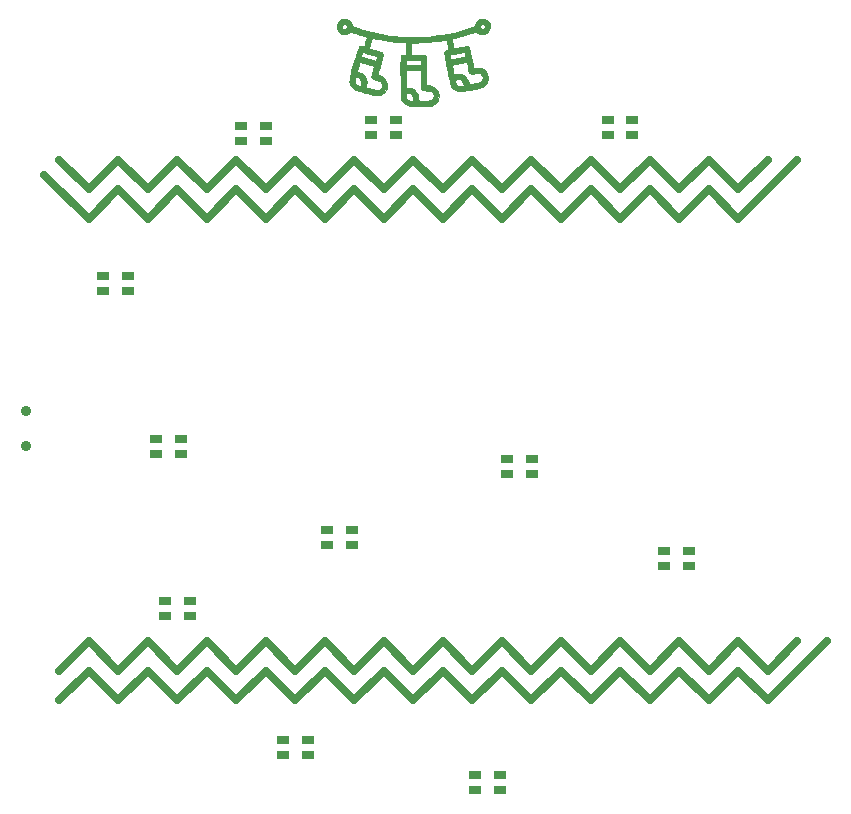
<source format=gbr>
%TF.GenerationSoftware,KiCad,Pcbnew,(5.1.10)-1*%
%TF.CreationDate,2021-10-17T11:09:59+02:00*%
%TF.ProjectId,TVZ_kuglica,54565a5f-6b75-4676-9c69-63612e6b6963,rev?*%
%TF.SameCoordinates,Original*%
%TF.FileFunction,Soldermask,Top*%
%TF.FilePolarity,Negative*%
%FSLAX46Y46*%
G04 Gerber Fmt 4.6, Leading zero omitted, Abs format (unit mm)*
G04 Created by KiCad (PCBNEW (5.1.10)-1) date 2021-10-17 11:09:59*
%MOMM*%
%LPD*%
G01*
G04 APERTURE LIST*
%ADD10C,0.700000*%
%ADD11C,0.010000*%
%ADD12C,0.900000*%
%ADD13R,1.100000X0.750000*%
G04 APERTURE END LIST*
D10*
X109500000Y-120250000D02*
X112000000Y-122750000D01*
X107000000Y-122750000D02*
X109500000Y-120250000D01*
X109500000Y-117750000D02*
X107000000Y-120250000D01*
X162000000Y-122750000D02*
X164500000Y-120250000D01*
X152000000Y-120250000D02*
X149500000Y-117750000D01*
X157000000Y-120250000D02*
X154500000Y-117750000D01*
X167000000Y-120250000D02*
X164500000Y-117750000D01*
X164500000Y-117750000D02*
X162000000Y-120250000D01*
X112000000Y-122750000D02*
X114500000Y-120250000D01*
X144500000Y-120250000D02*
X147000000Y-122750000D01*
X159500000Y-120250000D02*
X162000000Y-122750000D01*
X167000000Y-122750000D02*
X172000000Y-117750000D01*
X142000000Y-120250000D02*
X139500000Y-117750000D01*
X142000000Y-122750000D02*
X144500000Y-120250000D01*
X137000000Y-122750000D02*
X139500000Y-120250000D01*
X119500000Y-117750000D02*
X117000000Y-120250000D01*
X134500000Y-117750000D02*
X132000000Y-120250000D01*
X162000000Y-120250000D02*
X159500000Y-117750000D01*
X159500000Y-117750000D02*
X157000000Y-120250000D01*
X169500000Y-117750000D02*
X167000000Y-120250000D01*
X117000000Y-122750000D02*
X119500000Y-120250000D01*
X157000000Y-122750000D02*
X159500000Y-120250000D01*
X129500000Y-120250000D02*
X132000000Y-122750000D01*
X154500000Y-120250000D02*
X157000000Y-122750000D01*
X134500000Y-120250000D02*
X137000000Y-122750000D01*
X124500000Y-120250000D02*
X127000000Y-122750000D01*
X132000000Y-122750000D02*
X134500000Y-120250000D01*
X119500000Y-120250000D02*
X122000000Y-122750000D01*
X147000000Y-120250000D02*
X144500000Y-117750000D01*
X154500000Y-117750000D02*
X152000000Y-120250000D01*
X139500000Y-117750000D02*
X137000000Y-120250000D01*
X129500000Y-117750000D02*
X127000000Y-120250000D01*
X152000000Y-122750000D02*
X154500000Y-120250000D01*
X149500000Y-120250000D02*
X152000000Y-122750000D01*
X117000000Y-120250000D02*
X114500000Y-117750000D01*
X114500000Y-117750000D02*
X112000000Y-120250000D01*
X147000000Y-122750000D02*
X149500000Y-120250000D01*
X114500000Y-120250000D02*
X117000000Y-122750000D01*
X127000000Y-120250000D02*
X124500000Y-117750000D01*
X112000000Y-120250000D02*
X109500000Y-117750000D01*
X122000000Y-120250000D02*
X119500000Y-117750000D01*
X137000000Y-120250000D02*
X134500000Y-117750000D01*
X149500000Y-117750000D02*
X147000000Y-120250000D01*
X124500000Y-117750000D02*
X122000000Y-120250000D01*
X144500000Y-117750000D02*
X142000000Y-120250000D01*
X122000000Y-122750000D02*
X124500000Y-120250000D01*
X132000000Y-120250000D02*
X129500000Y-117750000D01*
X139500000Y-120250000D02*
X142000000Y-122750000D01*
X164500000Y-120250000D02*
X167000000Y-122750000D01*
X127000000Y-122750000D02*
X129500000Y-120250000D01*
X164500000Y-82000000D02*
X169500000Y-77000000D01*
X162000000Y-79500000D02*
X164500000Y-82000000D01*
X159500000Y-82000000D02*
X162000000Y-79500000D01*
X157000000Y-79500000D02*
X159500000Y-82000000D01*
X154500000Y-82000000D02*
X157000000Y-79500000D01*
X152000000Y-79500000D02*
X154500000Y-82000000D01*
X149500000Y-82000000D02*
X152000000Y-79500000D01*
X147000000Y-79500000D02*
X149500000Y-82000000D01*
X144500000Y-82000000D02*
X147000000Y-79500000D01*
X142000000Y-79500000D02*
X144500000Y-82000000D01*
X139500000Y-82000000D02*
X142000000Y-79500000D01*
X137000000Y-79500000D02*
X139500000Y-82000000D01*
X134500000Y-82000000D02*
X137000000Y-79500000D01*
X132000000Y-79500000D02*
X134500000Y-82000000D01*
X129500000Y-82000000D02*
X132000000Y-79500000D01*
X127000000Y-79500000D02*
X129500000Y-82000000D01*
X124500000Y-82000000D02*
X127000000Y-79500000D01*
X122000000Y-79500000D02*
X124500000Y-82000000D01*
X119500000Y-82000000D02*
X122000000Y-79500000D01*
X117000000Y-79500000D02*
X119500000Y-82000000D01*
X114500000Y-82000000D02*
X117000000Y-79500000D01*
X112000000Y-79500000D02*
X114500000Y-82000000D01*
X109500000Y-82000000D02*
X112000000Y-79500000D01*
X105750000Y-78250000D02*
X109500000Y-82000000D01*
X109500000Y-79500000D02*
X107000000Y-77000000D01*
X112000000Y-77000000D02*
X109500000Y-79500000D01*
X114500000Y-79500000D02*
X112000000Y-77000000D01*
X117000000Y-77000000D02*
X114500000Y-79500000D01*
X119500000Y-79500000D02*
X117000000Y-77000000D01*
X122000000Y-77000000D02*
X119500000Y-79500000D01*
X124500000Y-79500000D02*
X122000000Y-77000000D01*
X127000000Y-77000000D02*
X124500000Y-79500000D01*
X129500000Y-79500000D02*
X127000000Y-77000000D01*
X132000000Y-77000000D02*
X129500000Y-79500000D01*
X134500000Y-79500000D02*
X132000000Y-77000000D01*
X137000000Y-77000000D02*
X134500000Y-79500000D01*
X139500000Y-79500000D02*
X137000000Y-77000000D01*
X142000000Y-77000000D02*
X139500000Y-79500000D01*
X144500000Y-79500000D02*
X142000000Y-77000000D01*
X147000000Y-77000000D02*
X144500000Y-79500000D01*
X149500000Y-79500000D02*
X147000000Y-77000000D01*
X152000000Y-77000000D02*
X149500000Y-79500000D01*
X154500000Y-79500000D02*
X152000000Y-77000000D01*
X157000000Y-77000000D02*
X154500000Y-79500000D01*
X159500000Y-79500000D02*
X157000000Y-77000000D01*
X162000000Y-77000000D02*
X159500000Y-79500000D01*
X164500000Y-79500000D02*
X162000000Y-77000000D01*
X167000000Y-77000000D02*
X164500000Y-79500000D01*
D11*
%TO.C,G\u002A\u002A\u002A*%
G36*
X143027877Y-65089141D02*
G01*
X143177224Y-65150535D01*
X143301325Y-65244717D01*
X143397404Y-65364669D01*
X143462680Y-65503370D01*
X143494375Y-65653801D01*
X143489712Y-65808940D01*
X143445912Y-65961768D01*
X143360196Y-66105265D01*
X143295075Y-66176812D01*
X143149915Y-66283282D01*
X142989107Y-66344768D01*
X142820816Y-66360786D01*
X142653209Y-66330852D01*
X142494450Y-66254480D01*
X142455291Y-66226699D01*
X142346700Y-66143832D01*
X141902200Y-66288887D01*
X141632701Y-66373920D01*
X141347940Y-66458575D01*
X141062652Y-66538741D01*
X140791572Y-66610310D01*
X140549432Y-66669173D01*
X140492500Y-66682008D01*
X140395750Y-66704830D01*
X140318505Y-66725729D01*
X140274002Y-66741038D01*
X140269168Y-66743859D01*
X140268777Y-66771429D01*
X140276804Y-66838578D01*
X140291404Y-66935136D01*
X140310734Y-67050929D01*
X140332950Y-67175785D01*
X140356208Y-67299532D01*
X140378664Y-67411997D01*
X140398475Y-67503007D01*
X140413796Y-67562390D01*
X140420614Y-67579397D01*
X140446772Y-67577639D01*
X140515376Y-67566839D01*
X140619142Y-67548318D01*
X140750783Y-67523394D01*
X140903015Y-67493389D01*
X140969397Y-67479983D01*
X141167205Y-67440629D01*
X141321789Y-67412560D01*
X141439425Y-67395658D01*
X141526393Y-67389798D01*
X141588968Y-67394860D01*
X141633430Y-67410723D01*
X141666055Y-67437263D01*
X141687820Y-67466055D01*
X141702423Y-67505068D01*
X141725388Y-67587600D01*
X141755227Y-67707333D01*
X141790448Y-67857950D01*
X141829564Y-68033135D01*
X141871083Y-68226569D01*
X141900490Y-68368034D01*
X141941790Y-68567764D01*
X141980395Y-68751384D01*
X142015022Y-68913023D01*
X142044388Y-69046810D01*
X142067208Y-69146877D01*
X142082199Y-69207352D01*
X142087490Y-69223156D01*
X142117973Y-69226449D01*
X142184382Y-69221345D01*
X142272740Y-69208954D01*
X142278691Y-69207960D01*
X142493389Y-69194988D01*
X142695605Y-69228034D01*
X142879650Y-69304205D01*
X143039833Y-69420604D01*
X143170465Y-69574338D01*
X143238360Y-69696214D01*
X143278435Y-69793013D01*
X143300850Y-69879545D01*
X143310277Y-69978911D01*
X143311650Y-70058634D01*
X143309053Y-70171833D01*
X143297581Y-70256926D01*
X143272206Y-70336463D01*
X143228416Y-70431947D01*
X143118164Y-70605765D01*
X142978138Y-70744275D01*
X142814535Y-70841605D01*
X142782236Y-70854608D01*
X142707797Y-70877710D01*
X142592792Y-70907436D01*
X142445236Y-70942186D01*
X142273143Y-70980362D01*
X142084527Y-71020366D01*
X141887403Y-71060598D01*
X141689785Y-71099460D01*
X141499687Y-71135354D01*
X141325125Y-71166680D01*
X141174112Y-71191839D01*
X141054663Y-71209234D01*
X140974792Y-71217265D01*
X140962400Y-71217622D01*
X140772053Y-71195143D01*
X140591780Y-71130552D01*
X140429813Y-71029868D01*
X140294380Y-70899115D01*
X140193711Y-70744311D01*
X140147379Y-70621352D01*
X140137142Y-70577443D01*
X140117844Y-70488857D01*
X140090552Y-70360695D01*
X140067600Y-70251606D01*
X140516787Y-70251606D01*
X140517691Y-70297040D01*
X140536053Y-70374266D01*
X140557493Y-70454834D01*
X140617262Y-70587032D01*
X140717301Y-70697041D01*
X140769647Y-70733969D01*
X140860321Y-70766744D01*
X140981695Y-70779146D01*
X141117507Y-70770178D01*
X141178300Y-70759060D01*
X141229590Y-70741738D01*
X141248460Y-70709209D01*
X141248125Y-70654115D01*
X141215894Y-70486727D01*
X141147805Y-70354426D01*
X141046751Y-70259447D01*
X140915620Y-70204023D01*
X140757305Y-70190390D01*
X140662090Y-70201093D01*
X140584659Y-70214130D01*
X140537667Y-70227469D01*
X140516787Y-70251606D01*
X140067600Y-70251606D01*
X140056333Y-70198057D01*
X140016256Y-70006047D01*
X139971387Y-69789766D01*
X139922794Y-69554315D01*
X139871544Y-69304797D01*
X139854893Y-69223478D01*
X139802003Y-68964227D01*
X140259470Y-68964227D01*
X140262219Y-68988496D01*
X140274048Y-69052273D01*
X140292793Y-69145526D01*
X140316292Y-69258222D01*
X140342382Y-69380328D01*
X140368901Y-69501813D01*
X140393685Y-69612644D01*
X140414572Y-69702789D01*
X140429399Y-69762214D01*
X140435548Y-69781015D01*
X140464637Y-69782462D01*
X140527377Y-69774052D01*
X140582351Y-69763423D01*
X140797513Y-69741029D01*
X141001139Y-69765649D01*
X141188208Y-69833914D01*
X141353699Y-69942456D01*
X141492592Y-70087907D01*
X141599866Y-70266900D01*
X141670500Y-70476068D01*
X141674887Y-70496250D01*
X141699556Y-70583013D01*
X141727479Y-70625863D01*
X141738622Y-70629600D01*
X141774517Y-70624593D01*
X141851056Y-70610734D01*
X141959202Y-70589763D01*
X142089914Y-70563423D01*
X142194687Y-70541742D01*
X142339705Y-70509847D01*
X142471838Y-70477887D01*
X142581033Y-70448516D01*
X142657241Y-70424384D01*
X142685077Y-70412331D01*
X142787112Y-70324560D01*
X142853775Y-70209429D01*
X142881674Y-70079048D01*
X142867413Y-69945527D01*
X142837283Y-69869086D01*
X142764154Y-69761285D01*
X142672425Y-69688972D01*
X142556433Y-69650427D01*
X142410512Y-69643930D01*
X142228998Y-69667759D01*
X142196117Y-69674304D01*
X142052366Y-69702350D01*
X141940172Y-69716514D01*
X141854054Y-69711936D01*
X141788529Y-69683760D01*
X141738115Y-69627127D01*
X141697329Y-69537180D01*
X141660688Y-69409063D01*
X141622711Y-69237916D01*
X141604686Y-69150281D01*
X141514306Y-68707124D01*
X140889103Y-68834642D01*
X140718296Y-68869525D01*
X140564928Y-68900931D01*
X140435710Y-68927479D01*
X140337352Y-68947789D01*
X140276567Y-68960478D01*
X140259470Y-68964227D01*
X139802003Y-68964227D01*
X139795371Y-68931719D01*
X139745618Y-68685579D01*
X139704932Y-68480965D01*
X139672613Y-68313785D01*
X139647959Y-68179948D01*
X139641937Y-68144347D01*
X140089517Y-68144347D01*
X140095955Y-68208828D01*
X140110621Y-68291817D01*
X140130328Y-68378898D01*
X140151891Y-68455656D01*
X140172126Y-68507674D01*
X140184859Y-68521801D01*
X140216841Y-68517051D01*
X140291262Y-68503503D01*
X140400797Y-68482570D01*
X140538121Y-68455665D01*
X140695910Y-68424200D01*
X140797300Y-68403730D01*
X140963507Y-68369415D01*
X141113182Y-68337351D01*
X141239088Y-68309184D01*
X141333986Y-68286559D01*
X141390639Y-68271122D01*
X141403277Y-68265981D01*
X141409650Y-68233126D01*
X141405986Y-68166643D01*
X141394879Y-68082113D01*
X141378923Y-67995111D01*
X141360714Y-67921216D01*
X141342848Y-67876006D01*
X141337301Y-67869930D01*
X141307701Y-67871135D01*
X141236770Y-67881259D01*
X141132872Y-67898669D01*
X141004368Y-67921731D01*
X140859620Y-67948810D01*
X140706990Y-67978272D01*
X140554840Y-68008484D01*
X140411531Y-68037812D01*
X140285426Y-68064621D01*
X140184886Y-68087278D01*
X140118274Y-68104148D01*
X140094489Y-68112790D01*
X140089517Y-68144347D01*
X139641937Y-68144347D01*
X139630268Y-68075363D01*
X139618841Y-67995937D01*
X139612974Y-67937579D01*
X139611968Y-67896198D01*
X139615121Y-67867702D01*
X139619863Y-67852154D01*
X139669646Y-67787701D01*
X139750111Y-67736211D01*
X139841154Y-67709586D01*
X139863034Y-67708211D01*
X139907044Y-67705260D01*
X139936862Y-67692735D01*
X139953023Y-67663807D01*
X139956065Y-67611647D01*
X139946526Y-67529423D01*
X139924941Y-67410306D01*
X139897218Y-67273463D01*
X139869015Y-67137728D01*
X139843936Y-67018855D01*
X139823957Y-66926076D01*
X139811056Y-66868619D01*
X139807643Y-66855261D01*
X139783686Y-66845000D01*
X139719765Y-66846005D01*
X139612377Y-66858498D01*
X139510548Y-66874022D01*
X139142514Y-66928062D01*
X138752591Y-66975341D01*
X138354618Y-67014661D01*
X137962439Y-67044826D01*
X137589894Y-67064638D01*
X137250825Y-67072900D01*
X137209550Y-67073064D01*
X136796800Y-67073600D01*
X136796800Y-68089600D01*
X137326409Y-68089599D01*
X137518232Y-68091027D01*
X137681856Y-68095123D01*
X137811242Y-68101609D01*
X137900354Y-68110207D01*
X137936781Y-68117753D01*
X137971167Y-68130314D01*
X138000065Y-68144817D01*
X138023954Y-68165491D01*
X138043309Y-68196564D01*
X138058608Y-68242263D01*
X138070328Y-68306818D01*
X138078945Y-68394455D01*
X138084937Y-68509404D01*
X138088780Y-68655893D01*
X138090952Y-68838149D01*
X138091930Y-69060401D01*
X138092190Y-69326877D01*
X138092200Y-69495511D01*
X138092200Y-70700745D01*
X138314450Y-70709622D01*
X138521754Y-70735850D01*
X138698669Y-70798934D01*
X138853189Y-70902458D01*
X138944267Y-70991863D01*
X139057734Y-71147337D01*
X139126926Y-71315796D01*
X139154890Y-71506166D01*
X139154584Y-71607500D01*
X139123595Y-71818762D01*
X139050212Y-72002057D01*
X138934544Y-72157214D01*
X138776699Y-72284066D01*
X138682284Y-72336683D01*
X138512500Y-72420300D01*
X137572100Y-72425401D01*
X137308681Y-72426383D01*
X137091585Y-72426121D01*
X136916347Y-72424495D01*
X136778504Y-72421383D01*
X136673590Y-72416662D01*
X136597142Y-72410212D01*
X136544695Y-72401910D01*
X136525634Y-72396887D01*
X136340823Y-72312271D01*
X136180786Y-72185342D01*
X136050403Y-72020526D01*
X135991677Y-71912300D01*
X135920500Y-71759900D01*
X135919180Y-71450272D01*
X136340562Y-71450272D01*
X136348284Y-71557947D01*
X136351459Y-71584169D01*
X136392573Y-71736619D01*
X136471920Y-71856998D01*
X136586331Y-71942669D01*
X136732637Y-71990998D01*
X136852981Y-72001200D01*
X137000000Y-72001200D01*
X137000000Y-71854181D01*
X136979523Y-71687334D01*
X136919851Y-71550151D01*
X136823617Y-71445802D01*
X136693458Y-71377457D01*
X136582969Y-71352659D01*
X136466538Y-71341934D01*
X136392271Y-71349682D01*
X136352751Y-71383322D01*
X136340562Y-71450272D01*
X135919180Y-71450272D01*
X135913138Y-70034052D01*
X135911822Y-69672428D01*
X135911301Y-69410400D01*
X136365000Y-69410400D01*
X136365000Y-70901839D01*
X136578500Y-70915159D01*
X136784116Y-70944176D01*
X136957543Y-71005893D01*
X137108580Y-71104421D01*
X137175404Y-71165395D01*
X137292961Y-71307210D01*
X137371463Y-71462802D01*
X137415405Y-71643143D01*
X137427665Y-71781247D01*
X137437025Y-72005794D01*
X137923362Y-71996731D01*
X138100824Y-71992702D01*
X138235081Y-71987656D01*
X138333729Y-71980883D01*
X138404363Y-71971672D01*
X138454578Y-71959314D01*
X138490936Y-71943660D01*
X138596336Y-71861798D01*
X138672249Y-71752948D01*
X138714399Y-71629282D01*
X138718511Y-71502971D01*
X138684243Y-71393406D01*
X138634784Y-71322665D01*
X138566082Y-71250090D01*
X138541369Y-71228854D01*
X138500290Y-71197520D01*
X138462146Y-71175614D01*
X138416558Y-71160982D01*
X138353149Y-71151474D01*
X138261541Y-71144939D01*
X138131355Y-71139223D01*
X138103842Y-71138148D01*
X137984191Y-71134589D01*
X137887437Y-71130888D01*
X137811120Y-71122116D01*
X137752778Y-71103341D01*
X137709949Y-71069633D01*
X137680171Y-71016063D01*
X137660983Y-70937700D01*
X137649922Y-70829614D01*
X137644528Y-70686874D01*
X137642338Y-70504551D01*
X137640891Y-70277714D01*
X137640324Y-70209827D01*
X137632948Y-69410400D01*
X136365000Y-69410400D01*
X135911301Y-69410400D01*
X135911198Y-69358769D01*
X135911302Y-69090247D01*
X135912171Y-68864031D01*
X135912576Y-68818735D01*
X136342773Y-68818735D01*
X136344585Y-68897507D01*
X136349790Y-68942832D01*
X136350477Y-68944910D01*
X136363098Y-68955759D01*
X136395106Y-68963923D01*
X136451836Y-68969629D01*
X136538625Y-68973103D01*
X136660811Y-68974571D01*
X136823729Y-68974260D01*
X137005720Y-68972687D01*
X137647700Y-68965900D01*
X137647700Y-68534100D01*
X136352300Y-68534100D01*
X136344757Y-68722222D01*
X136342773Y-68818735D01*
X135912576Y-68818735D01*
X135913842Y-68677292D01*
X135916352Y-68527200D01*
X135919737Y-68410925D01*
X135924034Y-68325638D01*
X135929281Y-68268508D01*
X135935513Y-68236707D01*
X135936563Y-68233878D01*
X135992680Y-68161679D01*
X136086670Y-68112296D01*
X136208997Y-68090308D01*
X136237184Y-68089600D01*
X136339600Y-68089600D01*
X136339600Y-67075901D01*
X136257050Y-67063133D01*
X136196759Y-67056267D01*
X136100997Y-67048078D01*
X135985028Y-67039792D01*
X135907800Y-67035038D01*
X135485077Y-67002009D01*
X135028907Y-66950256D01*
X134552330Y-66881531D01*
X134068388Y-66797586D01*
X133905275Y-66766045D01*
X133771150Y-66740367D01*
X133655270Y-66719988D01*
X133566427Y-66706313D01*
X133513415Y-66700744D01*
X133502543Y-66701789D01*
X133492124Y-66728424D01*
X133470987Y-66793729D01*
X133441903Y-66888218D01*
X133407642Y-67002406D01*
X133370973Y-67126808D01*
X133334665Y-67251938D01*
X133301489Y-67368311D01*
X133274214Y-67466442D01*
X133255609Y-67536844D01*
X133248445Y-67570032D01*
X133248632Y-67571371D01*
X133273337Y-67579206D01*
X133339776Y-67599049D01*
X133440875Y-67628821D01*
X133569560Y-67666442D01*
X133718759Y-67709835D01*
X133786900Y-67729588D01*
X133970434Y-67783530D01*
X134111098Y-67826986D01*
X134215172Y-67862301D01*
X134288937Y-67891822D01*
X134338676Y-67917894D01*
X134370668Y-67942864D01*
X134377450Y-67950148D01*
X134416989Y-68009727D01*
X134434547Y-68063594D01*
X134434600Y-68065788D01*
X134427686Y-68101290D01*
X134408052Y-68179466D01*
X134377360Y-68294269D01*
X134337272Y-68439651D01*
X134289450Y-68609565D01*
X134235556Y-68797965D01*
X134193300Y-68943811D01*
X134136239Y-69140222D01*
X134083991Y-69321030D01*
X134038198Y-69480477D01*
X134000503Y-69612806D01*
X133972547Y-69712258D01*
X133955973Y-69773074D01*
X133952000Y-69789900D01*
X133974191Y-69806157D01*
X134031852Y-69830598D01*
X134098050Y-69853250D01*
X134230174Y-69898896D01*
X134331194Y-69946531D01*
X134420053Y-70006850D01*
X134511503Y-70086615D01*
X134636807Y-70236412D01*
X134723709Y-70410187D01*
X134770185Y-70598133D01*
X134774212Y-70790440D01*
X134733768Y-70977301D01*
X134708254Y-71040645D01*
X134599189Y-71221951D01*
X134454584Y-71373109D01*
X134289578Y-71482086D01*
X134211351Y-71518780D01*
X134143507Y-71540809D01*
X134068155Y-71551619D01*
X133967402Y-71554656D01*
X133913900Y-71554449D01*
X133847175Y-71552998D01*
X133784014Y-71548852D01*
X133717880Y-71540491D01*
X133642236Y-71526397D01*
X133550543Y-71505049D01*
X133436264Y-71474930D01*
X133292862Y-71434518D01*
X133113798Y-71382297D01*
X132897932Y-71318349D01*
X132701440Y-71258988D01*
X132516213Y-71201263D01*
X132349078Y-71147438D01*
X132206859Y-71099775D01*
X132096382Y-71060537D01*
X132024471Y-71031984D01*
X132005094Y-71022412D01*
X131874452Y-70922681D01*
X131756016Y-70789756D01*
X131664393Y-70641188D01*
X131638984Y-70582536D01*
X131617834Y-70522004D01*
X131602037Y-70462499D01*
X131592386Y-70399780D01*
X131589673Y-70329605D01*
X131594692Y-70247731D01*
X131594989Y-70245581D01*
X132024342Y-70245581D01*
X132038186Y-70394250D01*
X132094002Y-70521100D01*
X132183924Y-70616035D01*
X132242900Y-70651254D01*
X132322188Y-70687127D01*
X132406304Y-70718098D01*
X132479762Y-70738614D01*
X132527077Y-70743118D01*
X132532825Y-70741198D01*
X132548023Y-70713164D01*
X132568095Y-70652797D01*
X132577275Y-70618784D01*
X132602229Y-70443323D01*
X132583709Y-70292030D01*
X132522809Y-70166930D01*
X132420623Y-70070046D01*
X132278244Y-70003400D01*
X132238719Y-69992257D01*
X132156051Y-69974351D01*
X132107515Y-69977915D01*
X132078572Y-70009868D01*
X132054684Y-70077130D01*
X132053735Y-70080295D01*
X132024342Y-70245581D01*
X131594989Y-70245581D01*
X131608235Y-70149917D01*
X131631095Y-70031920D01*
X131664066Y-69889499D01*
X131707940Y-69718412D01*
X131763510Y-69514418D01*
X131763891Y-69513066D01*
X132236704Y-69513066D01*
X132261099Y-69535494D01*
X132323060Y-69556004D01*
X132341514Y-69560758D01*
X132548431Y-69637149D01*
X132727951Y-69755984D01*
X132824031Y-69848630D01*
X132948789Y-70019194D01*
X133024860Y-70204118D01*
X133052286Y-70403581D01*
X133031108Y-70617763D01*
X133016473Y-70680400D01*
X132993429Y-70770436D01*
X132977075Y-70838119D01*
X132970275Y-70871477D01*
X132970369Y-70873039D01*
X132994735Y-70880388D01*
X133059824Y-70899380D01*
X133157525Y-70927665D01*
X133279728Y-70962892D01*
X133380500Y-70991857D01*
X133581194Y-71046882D01*
X133741289Y-71084143D01*
X133867560Y-71104213D01*
X133966784Y-71107661D01*
X134045736Y-71095060D01*
X134111193Y-71066980D01*
X134130058Y-71055050D01*
X134241656Y-70952878D01*
X134309474Y-70831328D01*
X134331088Y-70696945D01*
X134309313Y-70571291D01*
X134273145Y-70487206D01*
X134221436Y-70418847D01*
X134146724Y-70361322D01*
X134041549Y-70309743D01*
X133898452Y-70259218D01*
X133779613Y-70224076D01*
X133628942Y-70170112D01*
X133521146Y-70106007D01*
X133459011Y-70033841D01*
X133444036Y-69973601D01*
X133450778Y-69936179D01*
X133469453Y-69858800D01*
X133497773Y-69750277D01*
X133533448Y-69619422D01*
X133567182Y-69499540D01*
X133690293Y-69067980D01*
X133083836Y-68892767D01*
X132916858Y-68845161D01*
X132766447Y-68803497D01*
X132639325Y-68769536D01*
X132542215Y-68745042D01*
X132481839Y-68731778D01*
X132464559Y-68730374D01*
X132453312Y-68758184D01*
X132431236Y-68825734D01*
X132401191Y-68923845D01*
X132366036Y-69043336D01*
X132353600Y-69086599D01*
X132316739Y-69215197D01*
X132283777Y-69329481D01*
X132257761Y-69418935D01*
X132241740Y-69473040D01*
X132239432Y-69480510D01*
X132236704Y-69513066D01*
X131763891Y-69513066D01*
X131831569Y-69273273D01*
X131912911Y-68990736D01*
X131979155Y-68762700D01*
X132065674Y-68465673D01*
X132120576Y-68278375D01*
X132585182Y-68278375D01*
X132585665Y-68281054D01*
X132610084Y-68289166D01*
X132675360Y-68309246D01*
X132773608Y-68338953D01*
X132896943Y-68375944D01*
X133037478Y-68417876D01*
X133187328Y-68462409D01*
X133338609Y-68507200D01*
X133483434Y-68549907D01*
X133613917Y-68588188D01*
X133722174Y-68619700D01*
X133800319Y-68642103D01*
X133817574Y-68646937D01*
X133826795Y-68625336D01*
X133846191Y-68567036D01*
X133871764Y-68484119D01*
X133874724Y-68474211D01*
X133900559Y-68382428D01*
X133919141Y-68306806D01*
X133926588Y-68263197D01*
X133926600Y-68262367D01*
X133910829Y-68244814D01*
X133861286Y-68220412D01*
X133774621Y-68187968D01*
X133647486Y-68146292D01*
X133476533Y-68094194D01*
X133345071Y-68055555D01*
X133180055Y-68007976D01*
X133030218Y-67965572D01*
X132902794Y-67930326D01*
X132805016Y-67904220D01*
X132744117Y-67889236D01*
X132727859Y-67886400D01*
X132701028Y-67910657D01*
X132668392Y-67980171D01*
X132635204Y-68080049D01*
X132609466Y-68171332D01*
X132591797Y-68241477D01*
X132585182Y-68278375D01*
X132120576Y-68278375D01*
X132139511Y-68213779D01*
X132202280Y-68003403D01*
X132255592Y-67830931D01*
X132301060Y-67692746D01*
X132340297Y-67585236D01*
X132374916Y-67504785D01*
X132406529Y-67447779D01*
X132436749Y-67410602D01*
X132467189Y-67389640D01*
X132499461Y-67381278D01*
X132535179Y-67381902D01*
X132575954Y-67387897D01*
X132591338Y-67390531D01*
X132671310Y-67404797D01*
X132730404Y-67412203D01*
X132773996Y-67406727D01*
X132807456Y-67382349D01*
X132836160Y-67333047D01*
X132865479Y-67252800D01*
X132900787Y-67135587D01*
X132940408Y-66999371D01*
X132980105Y-66862513D01*
X133013694Y-66743901D01*
X133038973Y-66651542D01*
X133053741Y-66593442D01*
X133056504Y-66577004D01*
X133031211Y-66568645D01*
X132965633Y-66549084D01*
X132868399Y-66520842D01*
X132748135Y-66486435D01*
X132682000Y-66467689D01*
X132513582Y-66418696D01*
X132325643Y-66361773D01*
X132140876Y-66303910D01*
X131981972Y-66252099D01*
X131978937Y-66251080D01*
X131644175Y-66138549D01*
X131597937Y-66190574D01*
X131508644Y-66261125D01*
X131386482Y-66317466D01*
X131248802Y-66353039D01*
X131143937Y-66362151D01*
X130966452Y-66339096D01*
X130809401Y-66273111D01*
X130678424Y-66169863D01*
X130579164Y-66035020D01*
X130517262Y-65874251D01*
X130500662Y-65734433D01*
X130949435Y-65734433D01*
X130972412Y-65825340D01*
X131027826Y-65887281D01*
X131104301Y-65917001D01*
X131190461Y-65911244D01*
X131274930Y-65866753D01*
X131306396Y-65836599D01*
X131348398Y-65772426D01*
X131352688Y-65705195D01*
X131350544Y-65693172D01*
X131312104Y-65597715D01*
X131249302Y-65537039D01*
X131172984Y-65510029D01*
X131093994Y-65515569D01*
X131023178Y-65552543D01*
X130971381Y-65619836D01*
X130949448Y-65716332D01*
X130949435Y-65734433D01*
X130500662Y-65734433D01*
X130498157Y-65713337D01*
X130520886Y-65536336D01*
X130586567Y-65379460D01*
X130689425Y-65248466D01*
X130823688Y-65149110D01*
X130983579Y-65087149D01*
X131145300Y-65068115D01*
X131326288Y-65091378D01*
X131486061Y-65157975D01*
X131618924Y-65263119D01*
X131719183Y-65402023D01*
X131781141Y-65569900D01*
X131788880Y-65609131D01*
X131806698Y-65714700D01*
X132047499Y-65798703D01*
X132750631Y-66023002D01*
X133477922Y-66213346D01*
X134233962Y-66370738D01*
X135023340Y-66496180D01*
X135526800Y-66557832D01*
X135706677Y-66573422D01*
X135928524Y-66586070D01*
X136183597Y-66595776D01*
X136463151Y-66602541D01*
X136758442Y-66606364D01*
X137060724Y-66607245D01*
X137361254Y-66605185D01*
X137651287Y-66600183D01*
X137922078Y-66592239D01*
X138164882Y-66581353D01*
X138370956Y-66567526D01*
X138473200Y-66557832D01*
X139270745Y-66453901D01*
X140031676Y-66320191D01*
X140761360Y-66155533D01*
X141465161Y-65958755D01*
X141952500Y-65798760D01*
X142193301Y-65714700D01*
X142199112Y-65680266D01*
X142650694Y-65680266D01*
X142652181Y-65770797D01*
X142691838Y-65844117D01*
X142758377Y-65894602D01*
X142840507Y-65916629D01*
X142926938Y-65904574D01*
X143003290Y-65855902D01*
X143040268Y-65788490D01*
X143050280Y-65714700D01*
X143030731Y-65620935D01*
X142979668Y-65555377D01*
X142908463Y-65519004D01*
X142828491Y-65512797D01*
X142751124Y-65537736D01*
X142687737Y-65594801D01*
X142650694Y-65680266D01*
X142199112Y-65680266D01*
X142211119Y-65609131D01*
X142264134Y-65435572D01*
X142356678Y-65290098D01*
X142483203Y-65177366D01*
X142638160Y-65102036D01*
X142816003Y-65068766D01*
X142856062Y-65067557D01*
X143027877Y-65089141D01*
G37*
X143027877Y-65089141D02*
X143177224Y-65150535D01*
X143301325Y-65244717D01*
X143397404Y-65364669D01*
X143462680Y-65503370D01*
X143494375Y-65653801D01*
X143489712Y-65808940D01*
X143445912Y-65961768D01*
X143360196Y-66105265D01*
X143295075Y-66176812D01*
X143149915Y-66283282D01*
X142989107Y-66344768D01*
X142820816Y-66360786D01*
X142653209Y-66330852D01*
X142494450Y-66254480D01*
X142455291Y-66226699D01*
X142346700Y-66143832D01*
X141902200Y-66288887D01*
X141632701Y-66373920D01*
X141347940Y-66458575D01*
X141062652Y-66538741D01*
X140791572Y-66610310D01*
X140549432Y-66669173D01*
X140492500Y-66682008D01*
X140395750Y-66704830D01*
X140318505Y-66725729D01*
X140274002Y-66741038D01*
X140269168Y-66743859D01*
X140268777Y-66771429D01*
X140276804Y-66838578D01*
X140291404Y-66935136D01*
X140310734Y-67050929D01*
X140332950Y-67175785D01*
X140356208Y-67299532D01*
X140378664Y-67411997D01*
X140398475Y-67503007D01*
X140413796Y-67562390D01*
X140420614Y-67579397D01*
X140446772Y-67577639D01*
X140515376Y-67566839D01*
X140619142Y-67548318D01*
X140750783Y-67523394D01*
X140903015Y-67493389D01*
X140969397Y-67479983D01*
X141167205Y-67440629D01*
X141321789Y-67412560D01*
X141439425Y-67395658D01*
X141526393Y-67389798D01*
X141588968Y-67394860D01*
X141633430Y-67410723D01*
X141666055Y-67437263D01*
X141687820Y-67466055D01*
X141702423Y-67505068D01*
X141725388Y-67587600D01*
X141755227Y-67707333D01*
X141790448Y-67857950D01*
X141829564Y-68033135D01*
X141871083Y-68226569D01*
X141900490Y-68368034D01*
X141941790Y-68567764D01*
X141980395Y-68751384D01*
X142015022Y-68913023D01*
X142044388Y-69046810D01*
X142067208Y-69146877D01*
X142082199Y-69207352D01*
X142087490Y-69223156D01*
X142117973Y-69226449D01*
X142184382Y-69221345D01*
X142272740Y-69208954D01*
X142278691Y-69207960D01*
X142493389Y-69194988D01*
X142695605Y-69228034D01*
X142879650Y-69304205D01*
X143039833Y-69420604D01*
X143170465Y-69574338D01*
X143238360Y-69696214D01*
X143278435Y-69793013D01*
X143300850Y-69879545D01*
X143310277Y-69978911D01*
X143311650Y-70058634D01*
X143309053Y-70171833D01*
X143297581Y-70256926D01*
X143272206Y-70336463D01*
X143228416Y-70431947D01*
X143118164Y-70605765D01*
X142978138Y-70744275D01*
X142814535Y-70841605D01*
X142782236Y-70854608D01*
X142707797Y-70877710D01*
X142592792Y-70907436D01*
X142445236Y-70942186D01*
X142273143Y-70980362D01*
X142084527Y-71020366D01*
X141887403Y-71060598D01*
X141689785Y-71099460D01*
X141499687Y-71135354D01*
X141325125Y-71166680D01*
X141174112Y-71191839D01*
X141054663Y-71209234D01*
X140974792Y-71217265D01*
X140962400Y-71217622D01*
X140772053Y-71195143D01*
X140591780Y-71130552D01*
X140429813Y-71029868D01*
X140294380Y-70899115D01*
X140193711Y-70744311D01*
X140147379Y-70621352D01*
X140137142Y-70577443D01*
X140117844Y-70488857D01*
X140090552Y-70360695D01*
X140067600Y-70251606D01*
X140516787Y-70251606D01*
X140517691Y-70297040D01*
X140536053Y-70374266D01*
X140557493Y-70454834D01*
X140617262Y-70587032D01*
X140717301Y-70697041D01*
X140769647Y-70733969D01*
X140860321Y-70766744D01*
X140981695Y-70779146D01*
X141117507Y-70770178D01*
X141178300Y-70759060D01*
X141229590Y-70741738D01*
X141248460Y-70709209D01*
X141248125Y-70654115D01*
X141215894Y-70486727D01*
X141147805Y-70354426D01*
X141046751Y-70259447D01*
X140915620Y-70204023D01*
X140757305Y-70190390D01*
X140662090Y-70201093D01*
X140584659Y-70214130D01*
X140537667Y-70227469D01*
X140516787Y-70251606D01*
X140067600Y-70251606D01*
X140056333Y-70198057D01*
X140016256Y-70006047D01*
X139971387Y-69789766D01*
X139922794Y-69554315D01*
X139871544Y-69304797D01*
X139854893Y-69223478D01*
X139802003Y-68964227D01*
X140259470Y-68964227D01*
X140262219Y-68988496D01*
X140274048Y-69052273D01*
X140292793Y-69145526D01*
X140316292Y-69258222D01*
X140342382Y-69380328D01*
X140368901Y-69501813D01*
X140393685Y-69612644D01*
X140414572Y-69702789D01*
X140429399Y-69762214D01*
X140435548Y-69781015D01*
X140464637Y-69782462D01*
X140527377Y-69774052D01*
X140582351Y-69763423D01*
X140797513Y-69741029D01*
X141001139Y-69765649D01*
X141188208Y-69833914D01*
X141353699Y-69942456D01*
X141492592Y-70087907D01*
X141599866Y-70266900D01*
X141670500Y-70476068D01*
X141674887Y-70496250D01*
X141699556Y-70583013D01*
X141727479Y-70625863D01*
X141738622Y-70629600D01*
X141774517Y-70624593D01*
X141851056Y-70610734D01*
X141959202Y-70589763D01*
X142089914Y-70563423D01*
X142194687Y-70541742D01*
X142339705Y-70509847D01*
X142471838Y-70477887D01*
X142581033Y-70448516D01*
X142657241Y-70424384D01*
X142685077Y-70412331D01*
X142787112Y-70324560D01*
X142853775Y-70209429D01*
X142881674Y-70079048D01*
X142867413Y-69945527D01*
X142837283Y-69869086D01*
X142764154Y-69761285D01*
X142672425Y-69688972D01*
X142556433Y-69650427D01*
X142410512Y-69643930D01*
X142228998Y-69667759D01*
X142196117Y-69674304D01*
X142052366Y-69702350D01*
X141940172Y-69716514D01*
X141854054Y-69711936D01*
X141788529Y-69683760D01*
X141738115Y-69627127D01*
X141697329Y-69537180D01*
X141660688Y-69409063D01*
X141622711Y-69237916D01*
X141604686Y-69150281D01*
X141514306Y-68707124D01*
X140889103Y-68834642D01*
X140718296Y-68869525D01*
X140564928Y-68900931D01*
X140435710Y-68927479D01*
X140337352Y-68947789D01*
X140276567Y-68960478D01*
X140259470Y-68964227D01*
X139802003Y-68964227D01*
X139795371Y-68931719D01*
X139745618Y-68685579D01*
X139704932Y-68480965D01*
X139672613Y-68313785D01*
X139647959Y-68179948D01*
X139641937Y-68144347D01*
X140089517Y-68144347D01*
X140095955Y-68208828D01*
X140110621Y-68291817D01*
X140130328Y-68378898D01*
X140151891Y-68455656D01*
X140172126Y-68507674D01*
X140184859Y-68521801D01*
X140216841Y-68517051D01*
X140291262Y-68503503D01*
X140400797Y-68482570D01*
X140538121Y-68455665D01*
X140695910Y-68424200D01*
X140797300Y-68403730D01*
X140963507Y-68369415D01*
X141113182Y-68337351D01*
X141239088Y-68309184D01*
X141333986Y-68286559D01*
X141390639Y-68271122D01*
X141403277Y-68265981D01*
X141409650Y-68233126D01*
X141405986Y-68166643D01*
X141394879Y-68082113D01*
X141378923Y-67995111D01*
X141360714Y-67921216D01*
X141342848Y-67876006D01*
X141337301Y-67869930D01*
X141307701Y-67871135D01*
X141236770Y-67881259D01*
X141132872Y-67898669D01*
X141004368Y-67921731D01*
X140859620Y-67948810D01*
X140706990Y-67978272D01*
X140554840Y-68008484D01*
X140411531Y-68037812D01*
X140285426Y-68064621D01*
X140184886Y-68087278D01*
X140118274Y-68104148D01*
X140094489Y-68112790D01*
X140089517Y-68144347D01*
X139641937Y-68144347D01*
X139630268Y-68075363D01*
X139618841Y-67995937D01*
X139612974Y-67937579D01*
X139611968Y-67896198D01*
X139615121Y-67867702D01*
X139619863Y-67852154D01*
X139669646Y-67787701D01*
X139750111Y-67736211D01*
X139841154Y-67709586D01*
X139863034Y-67708211D01*
X139907044Y-67705260D01*
X139936862Y-67692735D01*
X139953023Y-67663807D01*
X139956065Y-67611647D01*
X139946526Y-67529423D01*
X139924941Y-67410306D01*
X139897218Y-67273463D01*
X139869015Y-67137728D01*
X139843936Y-67018855D01*
X139823957Y-66926076D01*
X139811056Y-66868619D01*
X139807643Y-66855261D01*
X139783686Y-66845000D01*
X139719765Y-66846005D01*
X139612377Y-66858498D01*
X139510548Y-66874022D01*
X139142514Y-66928062D01*
X138752591Y-66975341D01*
X138354618Y-67014661D01*
X137962439Y-67044826D01*
X137589894Y-67064638D01*
X137250825Y-67072900D01*
X137209550Y-67073064D01*
X136796800Y-67073600D01*
X136796800Y-68089600D01*
X137326409Y-68089599D01*
X137518232Y-68091027D01*
X137681856Y-68095123D01*
X137811242Y-68101609D01*
X137900354Y-68110207D01*
X137936781Y-68117753D01*
X137971167Y-68130314D01*
X138000065Y-68144817D01*
X138023954Y-68165491D01*
X138043309Y-68196564D01*
X138058608Y-68242263D01*
X138070328Y-68306818D01*
X138078945Y-68394455D01*
X138084937Y-68509404D01*
X138088780Y-68655893D01*
X138090952Y-68838149D01*
X138091930Y-69060401D01*
X138092190Y-69326877D01*
X138092200Y-69495511D01*
X138092200Y-70700745D01*
X138314450Y-70709622D01*
X138521754Y-70735850D01*
X138698669Y-70798934D01*
X138853189Y-70902458D01*
X138944267Y-70991863D01*
X139057734Y-71147337D01*
X139126926Y-71315796D01*
X139154890Y-71506166D01*
X139154584Y-71607500D01*
X139123595Y-71818762D01*
X139050212Y-72002057D01*
X138934544Y-72157214D01*
X138776699Y-72284066D01*
X138682284Y-72336683D01*
X138512500Y-72420300D01*
X137572100Y-72425401D01*
X137308681Y-72426383D01*
X137091585Y-72426121D01*
X136916347Y-72424495D01*
X136778504Y-72421383D01*
X136673590Y-72416662D01*
X136597142Y-72410212D01*
X136544695Y-72401910D01*
X136525634Y-72396887D01*
X136340823Y-72312271D01*
X136180786Y-72185342D01*
X136050403Y-72020526D01*
X135991677Y-71912300D01*
X135920500Y-71759900D01*
X135919180Y-71450272D01*
X136340562Y-71450272D01*
X136348284Y-71557947D01*
X136351459Y-71584169D01*
X136392573Y-71736619D01*
X136471920Y-71856998D01*
X136586331Y-71942669D01*
X136732637Y-71990998D01*
X136852981Y-72001200D01*
X137000000Y-72001200D01*
X137000000Y-71854181D01*
X136979523Y-71687334D01*
X136919851Y-71550151D01*
X136823617Y-71445802D01*
X136693458Y-71377457D01*
X136582969Y-71352659D01*
X136466538Y-71341934D01*
X136392271Y-71349682D01*
X136352751Y-71383322D01*
X136340562Y-71450272D01*
X135919180Y-71450272D01*
X135913138Y-70034052D01*
X135911822Y-69672428D01*
X135911301Y-69410400D01*
X136365000Y-69410400D01*
X136365000Y-70901839D01*
X136578500Y-70915159D01*
X136784116Y-70944176D01*
X136957543Y-71005893D01*
X137108580Y-71104421D01*
X137175404Y-71165395D01*
X137292961Y-71307210D01*
X137371463Y-71462802D01*
X137415405Y-71643143D01*
X137427665Y-71781247D01*
X137437025Y-72005794D01*
X137923362Y-71996731D01*
X138100824Y-71992702D01*
X138235081Y-71987656D01*
X138333729Y-71980883D01*
X138404363Y-71971672D01*
X138454578Y-71959314D01*
X138490936Y-71943660D01*
X138596336Y-71861798D01*
X138672249Y-71752948D01*
X138714399Y-71629282D01*
X138718511Y-71502971D01*
X138684243Y-71393406D01*
X138634784Y-71322665D01*
X138566082Y-71250090D01*
X138541369Y-71228854D01*
X138500290Y-71197520D01*
X138462146Y-71175614D01*
X138416558Y-71160982D01*
X138353149Y-71151474D01*
X138261541Y-71144939D01*
X138131355Y-71139223D01*
X138103842Y-71138148D01*
X137984191Y-71134589D01*
X137887437Y-71130888D01*
X137811120Y-71122116D01*
X137752778Y-71103341D01*
X137709949Y-71069633D01*
X137680171Y-71016063D01*
X137660983Y-70937700D01*
X137649922Y-70829614D01*
X137644528Y-70686874D01*
X137642338Y-70504551D01*
X137640891Y-70277714D01*
X137640324Y-70209827D01*
X137632948Y-69410400D01*
X136365000Y-69410400D01*
X135911301Y-69410400D01*
X135911198Y-69358769D01*
X135911302Y-69090247D01*
X135912171Y-68864031D01*
X135912576Y-68818735D01*
X136342773Y-68818735D01*
X136344585Y-68897507D01*
X136349790Y-68942832D01*
X136350477Y-68944910D01*
X136363098Y-68955759D01*
X136395106Y-68963923D01*
X136451836Y-68969629D01*
X136538625Y-68973103D01*
X136660811Y-68974571D01*
X136823729Y-68974260D01*
X137005720Y-68972687D01*
X137647700Y-68965900D01*
X137647700Y-68534100D01*
X136352300Y-68534100D01*
X136344757Y-68722222D01*
X136342773Y-68818735D01*
X135912576Y-68818735D01*
X135913842Y-68677292D01*
X135916352Y-68527200D01*
X135919737Y-68410925D01*
X135924034Y-68325638D01*
X135929281Y-68268508D01*
X135935513Y-68236707D01*
X135936563Y-68233878D01*
X135992680Y-68161679D01*
X136086670Y-68112296D01*
X136208997Y-68090308D01*
X136237184Y-68089600D01*
X136339600Y-68089600D01*
X136339600Y-67075901D01*
X136257050Y-67063133D01*
X136196759Y-67056267D01*
X136100997Y-67048078D01*
X135985028Y-67039792D01*
X135907800Y-67035038D01*
X135485077Y-67002009D01*
X135028907Y-66950256D01*
X134552330Y-66881531D01*
X134068388Y-66797586D01*
X133905275Y-66766045D01*
X133771150Y-66740367D01*
X133655270Y-66719988D01*
X133566427Y-66706313D01*
X133513415Y-66700744D01*
X133502543Y-66701789D01*
X133492124Y-66728424D01*
X133470987Y-66793729D01*
X133441903Y-66888218D01*
X133407642Y-67002406D01*
X133370973Y-67126808D01*
X133334665Y-67251938D01*
X133301489Y-67368311D01*
X133274214Y-67466442D01*
X133255609Y-67536844D01*
X133248445Y-67570032D01*
X133248632Y-67571371D01*
X133273337Y-67579206D01*
X133339776Y-67599049D01*
X133440875Y-67628821D01*
X133569560Y-67666442D01*
X133718759Y-67709835D01*
X133786900Y-67729588D01*
X133970434Y-67783530D01*
X134111098Y-67826986D01*
X134215172Y-67862301D01*
X134288937Y-67891822D01*
X134338676Y-67917894D01*
X134370668Y-67942864D01*
X134377450Y-67950148D01*
X134416989Y-68009727D01*
X134434547Y-68063594D01*
X134434600Y-68065788D01*
X134427686Y-68101290D01*
X134408052Y-68179466D01*
X134377360Y-68294269D01*
X134337272Y-68439651D01*
X134289450Y-68609565D01*
X134235556Y-68797965D01*
X134193300Y-68943811D01*
X134136239Y-69140222D01*
X134083991Y-69321030D01*
X134038198Y-69480477D01*
X134000503Y-69612806D01*
X133972547Y-69712258D01*
X133955973Y-69773074D01*
X133952000Y-69789900D01*
X133974191Y-69806157D01*
X134031852Y-69830598D01*
X134098050Y-69853250D01*
X134230174Y-69898896D01*
X134331194Y-69946531D01*
X134420053Y-70006850D01*
X134511503Y-70086615D01*
X134636807Y-70236412D01*
X134723709Y-70410187D01*
X134770185Y-70598133D01*
X134774212Y-70790440D01*
X134733768Y-70977301D01*
X134708254Y-71040645D01*
X134599189Y-71221951D01*
X134454584Y-71373109D01*
X134289578Y-71482086D01*
X134211351Y-71518780D01*
X134143507Y-71540809D01*
X134068155Y-71551619D01*
X133967402Y-71554656D01*
X133913900Y-71554449D01*
X133847175Y-71552998D01*
X133784014Y-71548852D01*
X133717880Y-71540491D01*
X133642236Y-71526397D01*
X133550543Y-71505049D01*
X133436264Y-71474930D01*
X133292862Y-71434518D01*
X133113798Y-71382297D01*
X132897932Y-71318349D01*
X132701440Y-71258988D01*
X132516213Y-71201263D01*
X132349078Y-71147438D01*
X132206859Y-71099775D01*
X132096382Y-71060537D01*
X132024471Y-71031984D01*
X132005094Y-71022412D01*
X131874452Y-70922681D01*
X131756016Y-70789756D01*
X131664393Y-70641188D01*
X131638984Y-70582536D01*
X131617834Y-70522004D01*
X131602037Y-70462499D01*
X131592386Y-70399780D01*
X131589673Y-70329605D01*
X131594692Y-70247731D01*
X131594989Y-70245581D01*
X132024342Y-70245581D01*
X132038186Y-70394250D01*
X132094002Y-70521100D01*
X132183924Y-70616035D01*
X132242900Y-70651254D01*
X132322188Y-70687127D01*
X132406304Y-70718098D01*
X132479762Y-70738614D01*
X132527077Y-70743118D01*
X132532825Y-70741198D01*
X132548023Y-70713164D01*
X132568095Y-70652797D01*
X132577275Y-70618784D01*
X132602229Y-70443323D01*
X132583709Y-70292030D01*
X132522809Y-70166930D01*
X132420623Y-70070046D01*
X132278244Y-70003400D01*
X132238719Y-69992257D01*
X132156051Y-69974351D01*
X132107515Y-69977915D01*
X132078572Y-70009868D01*
X132054684Y-70077130D01*
X132053735Y-70080295D01*
X132024342Y-70245581D01*
X131594989Y-70245581D01*
X131608235Y-70149917D01*
X131631095Y-70031920D01*
X131664066Y-69889499D01*
X131707940Y-69718412D01*
X131763510Y-69514418D01*
X131763891Y-69513066D01*
X132236704Y-69513066D01*
X132261099Y-69535494D01*
X132323060Y-69556004D01*
X132341514Y-69560758D01*
X132548431Y-69637149D01*
X132727951Y-69755984D01*
X132824031Y-69848630D01*
X132948789Y-70019194D01*
X133024860Y-70204118D01*
X133052286Y-70403581D01*
X133031108Y-70617763D01*
X133016473Y-70680400D01*
X132993429Y-70770436D01*
X132977075Y-70838119D01*
X132970275Y-70871477D01*
X132970369Y-70873039D01*
X132994735Y-70880388D01*
X133059824Y-70899380D01*
X133157525Y-70927665D01*
X133279728Y-70962892D01*
X133380500Y-70991857D01*
X133581194Y-71046882D01*
X133741289Y-71084143D01*
X133867560Y-71104213D01*
X133966784Y-71107661D01*
X134045736Y-71095060D01*
X134111193Y-71066980D01*
X134130058Y-71055050D01*
X134241656Y-70952878D01*
X134309474Y-70831328D01*
X134331088Y-70696945D01*
X134309313Y-70571291D01*
X134273145Y-70487206D01*
X134221436Y-70418847D01*
X134146724Y-70361322D01*
X134041549Y-70309743D01*
X133898452Y-70259218D01*
X133779613Y-70224076D01*
X133628942Y-70170112D01*
X133521146Y-70106007D01*
X133459011Y-70033841D01*
X133444036Y-69973601D01*
X133450778Y-69936179D01*
X133469453Y-69858800D01*
X133497773Y-69750277D01*
X133533448Y-69619422D01*
X133567182Y-69499540D01*
X133690293Y-69067980D01*
X133083836Y-68892767D01*
X132916858Y-68845161D01*
X132766447Y-68803497D01*
X132639325Y-68769536D01*
X132542215Y-68745042D01*
X132481839Y-68731778D01*
X132464559Y-68730374D01*
X132453312Y-68758184D01*
X132431236Y-68825734D01*
X132401191Y-68923845D01*
X132366036Y-69043336D01*
X132353600Y-69086599D01*
X132316739Y-69215197D01*
X132283777Y-69329481D01*
X132257761Y-69418935D01*
X132241740Y-69473040D01*
X132239432Y-69480510D01*
X132236704Y-69513066D01*
X131763891Y-69513066D01*
X131831569Y-69273273D01*
X131912911Y-68990736D01*
X131979155Y-68762700D01*
X132065674Y-68465673D01*
X132120576Y-68278375D01*
X132585182Y-68278375D01*
X132585665Y-68281054D01*
X132610084Y-68289166D01*
X132675360Y-68309246D01*
X132773608Y-68338953D01*
X132896943Y-68375944D01*
X133037478Y-68417876D01*
X133187328Y-68462409D01*
X133338609Y-68507200D01*
X133483434Y-68549907D01*
X133613917Y-68588188D01*
X133722174Y-68619700D01*
X133800319Y-68642103D01*
X133817574Y-68646937D01*
X133826795Y-68625336D01*
X133846191Y-68567036D01*
X133871764Y-68484119D01*
X133874724Y-68474211D01*
X133900559Y-68382428D01*
X133919141Y-68306806D01*
X133926588Y-68263197D01*
X133926600Y-68262367D01*
X133910829Y-68244814D01*
X133861286Y-68220412D01*
X133774621Y-68187968D01*
X133647486Y-68146292D01*
X133476533Y-68094194D01*
X133345071Y-68055555D01*
X133180055Y-68007976D01*
X133030218Y-67965572D01*
X132902794Y-67930326D01*
X132805016Y-67904220D01*
X132744117Y-67889236D01*
X132727859Y-67886400D01*
X132701028Y-67910657D01*
X132668392Y-67980171D01*
X132635204Y-68080049D01*
X132609466Y-68171332D01*
X132591797Y-68241477D01*
X132585182Y-68278375D01*
X132120576Y-68278375D01*
X132139511Y-68213779D01*
X132202280Y-68003403D01*
X132255592Y-67830931D01*
X132301060Y-67692746D01*
X132340297Y-67585236D01*
X132374916Y-67504785D01*
X132406529Y-67447779D01*
X132436749Y-67410602D01*
X132467189Y-67389640D01*
X132499461Y-67381278D01*
X132535179Y-67381902D01*
X132575954Y-67387897D01*
X132591338Y-67390531D01*
X132671310Y-67404797D01*
X132730404Y-67412203D01*
X132773996Y-67406727D01*
X132807456Y-67382349D01*
X132836160Y-67333047D01*
X132865479Y-67252800D01*
X132900787Y-67135587D01*
X132940408Y-66999371D01*
X132980105Y-66862513D01*
X133013694Y-66743901D01*
X133038973Y-66651542D01*
X133053741Y-66593442D01*
X133056504Y-66577004D01*
X133031211Y-66568645D01*
X132965633Y-66549084D01*
X132868399Y-66520842D01*
X132748135Y-66486435D01*
X132682000Y-66467689D01*
X132513582Y-66418696D01*
X132325643Y-66361773D01*
X132140876Y-66303910D01*
X131981972Y-66252099D01*
X131978937Y-66251080D01*
X131644175Y-66138549D01*
X131597937Y-66190574D01*
X131508644Y-66261125D01*
X131386482Y-66317466D01*
X131248802Y-66353039D01*
X131143937Y-66362151D01*
X130966452Y-66339096D01*
X130809401Y-66273111D01*
X130678424Y-66169863D01*
X130579164Y-66035020D01*
X130517262Y-65874251D01*
X130500662Y-65734433D01*
X130949435Y-65734433D01*
X130972412Y-65825340D01*
X131027826Y-65887281D01*
X131104301Y-65917001D01*
X131190461Y-65911244D01*
X131274930Y-65866753D01*
X131306396Y-65836599D01*
X131348398Y-65772426D01*
X131352688Y-65705195D01*
X131350544Y-65693172D01*
X131312104Y-65597715D01*
X131249302Y-65537039D01*
X131172984Y-65510029D01*
X131093994Y-65515569D01*
X131023178Y-65552543D01*
X130971381Y-65619836D01*
X130949448Y-65716332D01*
X130949435Y-65734433D01*
X130500662Y-65734433D01*
X130498157Y-65713337D01*
X130520886Y-65536336D01*
X130586567Y-65379460D01*
X130689425Y-65248466D01*
X130823688Y-65149110D01*
X130983579Y-65087149D01*
X131145300Y-65068115D01*
X131326288Y-65091378D01*
X131486061Y-65157975D01*
X131618924Y-65263119D01*
X131719183Y-65402023D01*
X131781141Y-65569900D01*
X131788880Y-65609131D01*
X131806698Y-65714700D01*
X132047499Y-65798703D01*
X132750631Y-66023002D01*
X133477922Y-66213346D01*
X134233962Y-66370738D01*
X135023340Y-66496180D01*
X135526800Y-66557832D01*
X135706677Y-66573422D01*
X135928524Y-66586070D01*
X136183597Y-66595776D01*
X136463151Y-66602541D01*
X136758442Y-66606364D01*
X137060724Y-66607245D01*
X137361254Y-66605185D01*
X137651287Y-66600183D01*
X137922078Y-66592239D01*
X138164882Y-66581353D01*
X138370956Y-66567526D01*
X138473200Y-66557832D01*
X139270745Y-66453901D01*
X140031676Y-66320191D01*
X140761360Y-66155533D01*
X141465161Y-65958755D01*
X141952500Y-65798760D01*
X142193301Y-65714700D01*
X142199112Y-65680266D01*
X142650694Y-65680266D01*
X142652181Y-65770797D01*
X142691838Y-65844117D01*
X142758377Y-65894602D01*
X142840507Y-65916629D01*
X142926938Y-65904574D01*
X143003290Y-65855902D01*
X143040268Y-65788490D01*
X143050280Y-65714700D01*
X143030731Y-65620935D01*
X142979668Y-65555377D01*
X142908463Y-65519004D01*
X142828491Y-65512797D01*
X142751124Y-65537736D01*
X142687737Y-65594801D01*
X142650694Y-65680266D01*
X142199112Y-65680266D01*
X142211119Y-65609131D01*
X142264134Y-65435572D01*
X142356678Y-65290098D01*
X142483203Y-65177366D01*
X142638160Y-65102036D01*
X142816003Y-65068766D01*
X142856062Y-65067557D01*
X143027877Y-65089141D01*
%TD*%
D12*
%TO.C,SW1*%
X104170000Y-101250000D03*
X104170000Y-98250000D03*
%TD*%
D13*
%TO.C,D1*%
X110700000Y-86875000D03*
X112800000Y-86875000D03*
X110700000Y-88125000D03*
X112800000Y-88125000D03*
%TD*%
%TO.C,D2*%
X124550000Y-75375000D03*
X122450000Y-75375000D03*
X124550000Y-74125000D03*
X122450000Y-74125000D03*
%TD*%
%TO.C,D3*%
X153450000Y-73625000D03*
X155550000Y-73625000D03*
X153450000Y-74875000D03*
X155550000Y-74875000D03*
%TD*%
%TO.C,D4*%
X131800000Y-109625000D03*
X129700000Y-109625000D03*
X131800000Y-108375000D03*
X129700000Y-108375000D03*
%TD*%
%TO.C,D5*%
X115950000Y-114375000D03*
X118050000Y-114375000D03*
X115950000Y-115625000D03*
X118050000Y-115625000D03*
%TD*%
%TO.C,D6*%
X117300000Y-101875000D03*
X115200000Y-101875000D03*
X117300000Y-100625000D03*
X115200000Y-100625000D03*
%TD*%
%TO.C,D7*%
X142200000Y-129125000D03*
X144300000Y-129125000D03*
X142200000Y-130375000D03*
X144300000Y-130375000D03*
%TD*%
%TO.C,D8*%
X160300000Y-111375000D03*
X158200000Y-111375000D03*
X160300000Y-110125000D03*
X158200000Y-110125000D03*
%TD*%
%TO.C,D9*%
X133450000Y-73625000D03*
X135550000Y-73625000D03*
X133450000Y-74875000D03*
X135550000Y-74875000D03*
%TD*%
%TO.C,D10*%
X147050000Y-103625000D03*
X144950000Y-103625000D03*
X147050000Y-102375000D03*
X144950000Y-102375000D03*
%TD*%
%TO.C,D11*%
X125950000Y-126125000D03*
X128050000Y-126125000D03*
X125950000Y-127375000D03*
X128050000Y-127375000D03*
%TD*%
M02*

</source>
